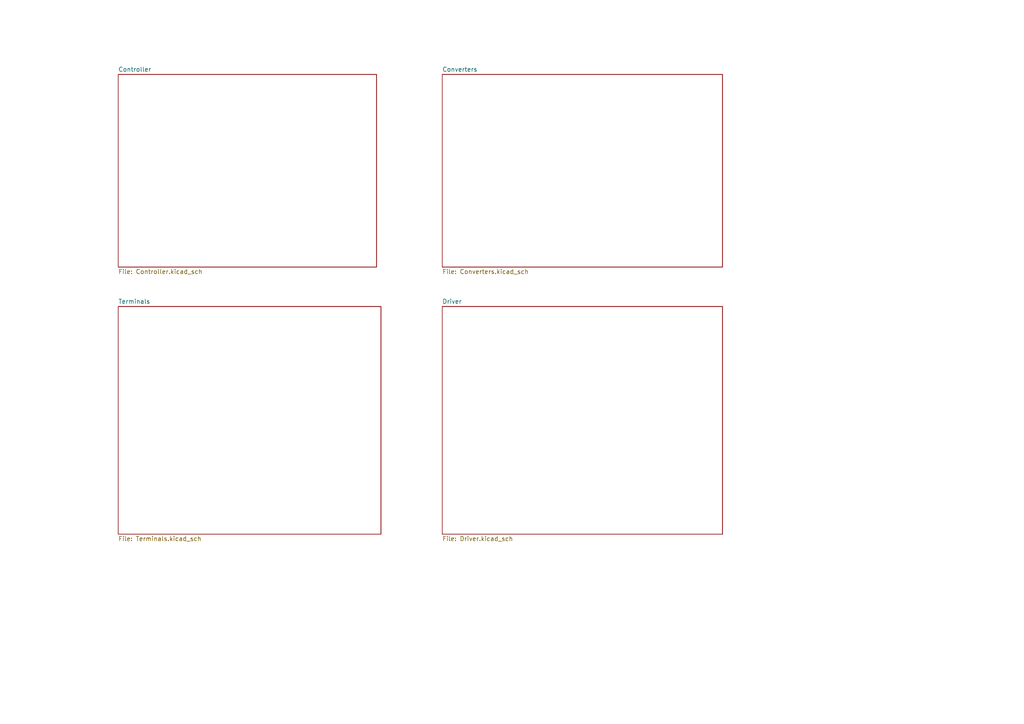
<source format=kicad_sch>
(kicad_sch (version 20211123) (generator eeschema)
  (paper "A4")
  (lib_symbols)
  (sheet (at 34.29 88.9) (size 76.2 66.04) (stroke (width 0.1524))
    (property "Sheet name" "Terminals" (at 34.29 88.1884 0) (effects (justify left bottom)))
    (property "Sheet file" "Terminals.kicad_sch" (at 34.29 155.5246 0) (effects (justify left top)))
  )
  (sheet (at 128.27 88.9) (size 81.28 66.04) (stroke (width 0.1524))
    (property "Sheet name" "Driver" (at 128.27 88.1884 0) (effects (justify left bottom)))
    (property "Sheet file" "Driver.kicad_sch" (at 128.27 155.5246 0) (effects (justify left top)))
  )
  (sheet (at 34.29 21.59) (size 74.93 55.88) (stroke (width 0.1524))
    (property "Sheet name" "Controller" (at 34.29 20.8784 0) (effects (justify left bottom)))
    (property "Sheet file" "Controller.kicad_sch" (at 34.29 78.0546 0) (effects (justify left top)))
  )
  (sheet (at 128.27 21.59) (size 81.28 55.88) (stroke (width 0.1524))
    (property "Sheet name" "Converters" (at 128.27 20.8784 0) (effects (justify left bottom)))
    (property "Sheet file" "Converters.kicad_sch" (at 128.27 78.0546 0) (effects (justify left top)))
  )
)
</source>
